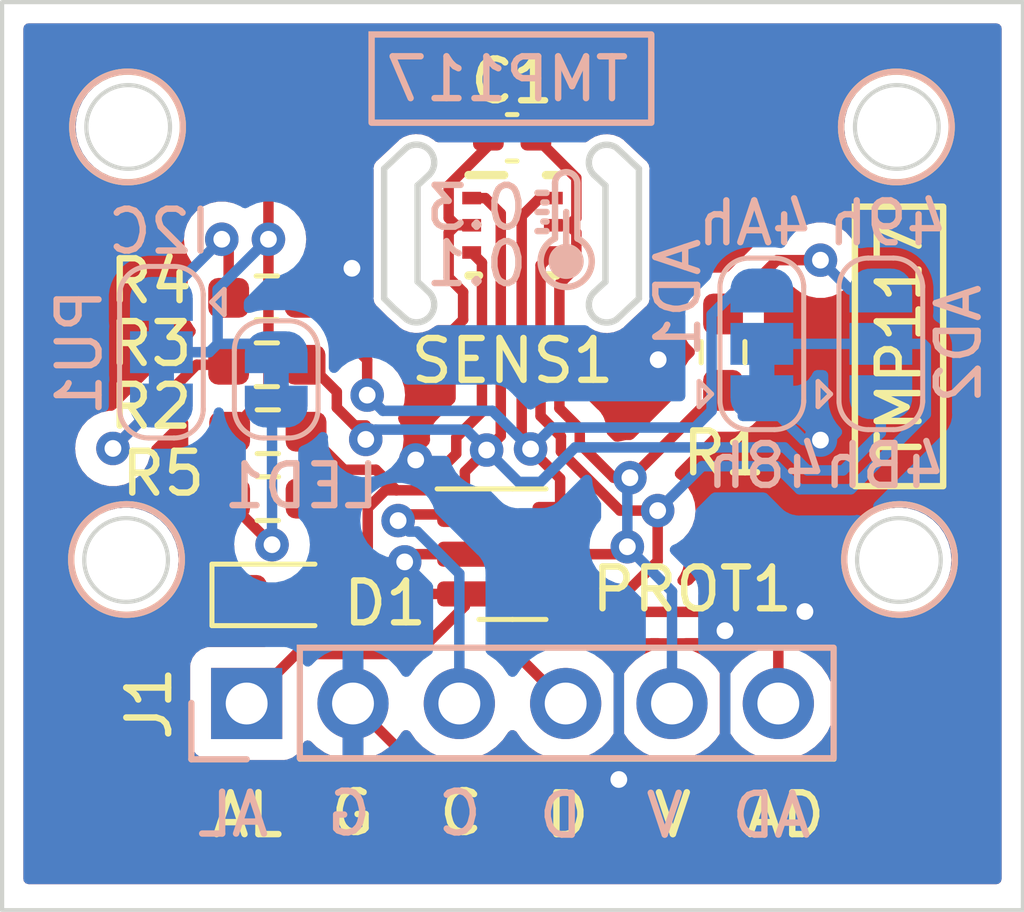
<source format=kicad_pcb>
(kicad_pcb (version 20221018) (generator pcbnew)
  (layers (0 "F.Cu" signal) (31 "B.Cu" signal) (34 "B.Paste" user) (35 "F.Paste" user) (36 "B.SilkS" user "B.Silkscreen") (37 "F.SilkS" user "F.Silkscreen") (38 "B.Mask" user) (39 "F.Mask" user) (44 "Edge.Cuts" user))
  (net 0 "")
  (net 1 "GND")
  (net 2 "/SDA")
  (net 3 "/ALERT")
  (net 4 "/SCL")
  (net 5 "/ADDR")
  (net 6 "Net-(AD2-B)")
  (net 7 "Net-(PU1-B)")
  (net 8 "Net-(PU1-A)")
  (net 9 "VDD")
  (net 10 "Net-(D1-A)")
  (net 11 "Net-(LED1-A)")
  (footprint "ESP32:C_0402_1005Metric_Pad0.74x0.62mm_HandSolder" (layer "F.Cu") (at 136.1353 91.7702 180)
    (fp_text reference "C1" (at 0 1.3462 180) (layer "F.SilkS") (effects (font (thickness 0.153))))
    (fp_text value "100n" hide)
    (fp_line (start -0.115835 -0.56) (end 0.115835 -0.56) (stroke (width 0.12)) (layer "F.SilkS"))
    (fp_line (start -0.115835 0.55) (end 0.115835 0.55) (stroke (width 0.12)) (layer "F.SilkS"))
    (pad "1" smd roundrect (at -0.5675 0 180) (size 0.735 0.62) (layers "F.Cu" "F.Paste" "F.Mask") (net 9 "VDD"))
    (pad "2" smd roundrect (at 0.5675 0 180) (size 0.735 0.62) (layers "F.Cu" "F.Paste" "F.Mask") (net 1 "GND"))
  )
  (footprint "Resistor_SMD:R_0603_1608Metric_Pad0.98x0.95mm_HandSolder" (layer "F.Cu") (at 130.2765 97.2)
    (fp_text reference "R3" (at -2.7765 -0.5) (layer "F.SilkS") (effects (font (thickness 0.153))))
    (fp_text value "4k7" hide)
    (fp_line (start -0.254724 -0.5225) (end 0.254724 -0.5225) (stroke (width 0.12)) (layer "F.SilkS"))
    (fp_line (start -0.254724 0.5225) (end 0.254724 0.5225) (stroke (width 0.12)) (layer "F.SilkS"))
    (pad "1" smd roundrect (at -0.9125 0) (size 0.975 0.95) (layers "F.Cu" "F.Paste" "F.Mask") (net 7 "Net-(PU1-B)"))
    (pad "2" smd roundrect (at 0.9125 0) (size 0.975 0.95) (layers "F.Cu" "F.Paste" "F.Mask") (net 4 "/SCL"))
  )
  (footprint "Resistor_SMD:R_0603_1608Metric_Pad0.98x0.95mm_HandSolder" (layer "F.Cu") (at 130.3 98.8)
    (fp_text reference "R2" (at -2.8 -0.6) (layer "F.SilkS") (effects (font (thickness 0.153))))
    (fp_text value "10k" hide)
    (fp_line (start -0.254724 -0.5225) (end 0.254724 -0.5225) (stroke (width 0.12)) (layer "F.SilkS"))
    (fp_line (start -0.254724 0.5225) (end 0.254724 0.5225) (stroke (width 0.12)) (layer "F.SilkS"))
    (pad "1" smd roundrect (at -0.9125 0) (size 0.975 0.95) (layers "F.Cu" "F.Paste" "F.Mask") (net 9 "VDD"))
    (pad "2" smd roundrect (at 0.9125 0) (size 0.975 0.95) (layers "F.Cu" "F.Paste" "F.Mask") (net 3 "/ALERT"))
  )
  (footprint "LED_SMD:LED_0603_1608Metric_Pad1.05x0.95mm_HandSolder" (layer "F.Cu") (at 130.625 102.7)
    (fp_text reference "D1" (at 2.475 0.2) (layer "F.SilkS") (effects (font (thickness 0.153))))
    (fp_text value "LED" hide)
    (fp_line (start -1.66 -0.735) (end -1.66 0.735) (stroke (width 0.12)) (layer "F.SilkS"))
    (fp_line (start -1.66 0.735) (end 0.8 0.735) (stroke (width 0.12)) (layer "F.SilkS"))
    (fp_line (start 0.8 -0.735) (end -1.66 -0.735) (stroke (width 0.12)) (layer "F.SilkS"))
    (pad "1" smd roundrect (at -0.875 0) (size 1.05 0.95) (layers "F.Cu" "F.Paste" "F.Mask") (net 1 "GND"))
    (pad "2" smd roundrect (at 0.875 0) (size 1.05 0.95) (layers "F.Cu" "F.Paste" "F.Mask") (net 10 "Net-(D1-A)"))
  )
  (footprint "Connector_PinHeader_2.54mm:PinHeader_1x06_P2.54mm_Vertical" (layer "F.Cu") (at 129.794 105.296 90)
    (fp_text reference "J1" (at 0 -2.33 90) (layer "F.SilkS") (effects (font (thickness 0.153))))
    (fp_text value "Conn_01x06" hide)
    (fp_line (start -1.33 -1.33) (end 0 -1.33) (stroke (width 0.12)) (layer "F.SilkS"))
    (fp_line (start -1.33 0) (end -1.33 -1.33) (stroke (width 0.12)) (layer "F.SilkS"))
    (fp_line (start -1.33 1.27) (end -1.33 14.03) (stroke (width 0.12)) (layer "F.SilkS"))
    (fp_line (start -1.33 1.27) (end 1.33 1.27) (stroke (width 0.12)) (layer "F.SilkS"))
    (fp_line (start -1.33 14.03) (end 1.33 14.03) (stroke (width 0.12)) (layer "F.SilkS"))
    (fp_line (start 1.33 1.27) (end 1.33 14.03) (stroke (width 0.12)) (layer "F.SilkS"))
    (pad "1" thru_hole rect (at 0 0 90) (size 1.7 1.7) (drill 1) (layers "*.Cu" "*.Mask") (net 3 "/ALERT"))
    (pad "2" thru_hole oval (at 0 2.54 90) (size 1.7 1.7) (drill 1) (layers "*.Cu" "*.Mask") (net 1 "GND"))
    (pad "3" thru_hole oval (at 0 5.08 90) (size 1.7 1.7) (drill 1) (layers "*.Cu" "*.Mask") (net 4 "/SCL"))
    (pad "4" thru_hole oval (at 0 7.62 90) (size 1.7 1.7) (drill 1) (layers "*.Cu" "*.Mask") (net 2 "/SDA"))
    (pad "5" thru_hole oval (at 0 10.16 90) (size 1.7 1.7) (drill 1) (layers "*.Cu" "*.Mask") (net 9 "VDD"))
    (pad "6" thru_hole oval (at 0 12.7 90) (size 1.7 1.7) (drill 1) (layers "*.Cu" "*.Mask") (net 5 "/ADDR"))
  )
  (footprint "Resistor_SMD:R_0603_1608Metric_Pad0.98x0.95mm_HandSolder" (layer "F.Cu") (at 141.1732 96.8991 -90)
    (fp_text reference "R1" (at 2.4149 -0.0254 180) (layer "F.SilkS") (effects (font (thickness 0.153))))
    (fp_text value "10k" hide)
    (fp_line (start -0.254724 -0.5225) (end 0.254724 -0.5225) (stroke (width 0.12)) (layer "F.SilkS"))
    (fp_line (start -0.254724 0.5225) (end 0.254724 0.5225) (stroke (width 0.12)) (layer "F.SilkS"))
    (pad "1" smd roundrect (at -0.9125 0 270) (size 0.975 0.95) (layers "F.Cu" "F.Paste" "F.Mask") (net 6 "Net-(AD2-B)"))
    (pad "2" smd roundrect (at 0.9125 0 270) (size 0.975 0.95) (layers "F.Cu" "F.Paste" "F.Mask") (net 9 "VDD"))
  )
  (footprint "TMP117:DRV0006B2" (layer "F.Cu") (at 136.144 93.866)
    (fp_text reference "SENS1" (at 0 3.2382 unlocked) (layer "F.SilkS") (effects (font (thickness 0.153))))
    (fp_text value "TMP117AIDRVR" hide)
    (fp_line (start -1.05 -1.2) (end -0.2 -1.2) (stroke (width 0.2)) (layer "F.SilkS"))
    (fp_line (start -1.05 1.2) (end -0.800001 1.2) (stroke (width 0.2)) (layer "F.SilkS"))
    (fp_line (start 0.800001 -1.2) (end 1.05 -1.2) (stroke (width 0.2)) (layer "F.SilkS"))
    (fp_line (start 0.800001 1.2) (end 1.05 1.2) (stroke (width 0.2)) (layer "F.SilkS"))
    (pad "1" smd rect (at -0.974999 -0.650001 90) (size 0.299999 0.449999) (layers "F.Cu" "F.Paste" "F.Mask") (net 4 "/SCL"))
    (pad "2" smd rect (at -0.974999 0 90) (size 0.299999 0.449999) (layers "F.Cu" "F.Paste" "F.Mask") (net 1 "GND"))
    (pad "3" smd rect (at -0.974999 0.649999 90) (size 0.299999 0.449999) (layers "F.Cu" "F.Paste" "F.Mask") (net 3 "/ALERT"))
    (pad "4" smd rect (at 0.974999 0.649999 90) (size 0.299999 0.449999) (layers "F.Cu" "F.Paste" "F.Mask") (net 5 "/ADDR"))
    (pad "5" smd rect (at 0.974999 0 90) (size 0.299999 0.449999) (layers "F.Cu" "F.Paste" "F.Mask") (net 9 "VDD"))
    (pad "6" smd rect (at 0.974999 -0.650001 90) (size 0.299999 0.449999) (layers "F.Cu" "F.Paste" "F.Mask") (net 2 "/SDA"))
  )
  (footprint "Resistor_SMD:R_0603_1608Metric_Pad0.98x0.95mm_HandSolder" (layer "F.Cu") (at 130.2765 95.6)
    (fp_text reference "R4" (at -2.7765 -0.4 180) (layer "F.SilkS") (effects (font (thickness 0.153))))
    (fp_text value "4k7" hide)
    (fp_line (start -0.254724 -0.5225) (end 0.254724 -0.5225) (stroke (width 0.12)) (layer "F.SilkS"))
    (fp_line (start -0.254724 0.5225) (end 0.254724 0.5225) (stroke (width 0.12)) (layer "F.SilkS"))
    (pad "1" smd roundrect (at -0.9125 0) (size 0.975 0.95) (layers "F.Cu" "F.Paste" "F.Mask") (net 8 "Net-(PU1-A)"))
    (pad "2" smd roundrect (at 0.9125 0) (size 0.975 0.95) (layers "F.Cu" "F.Paste" "F.Mask") (net 2 "/SDA"))
  )
  (footprint "Resistor_SMD:R_0603_1608Metric_Pad0.98x0.95mm_HandSolder" (layer "F.Cu") (at 130.3 100.4)
    (fp_text reference "R5" (at -2.5 -0.6 180) (layer "F.SilkS") (effects (font (thickness 0.153))))
    (fp_text value "1k" hide)
    (fp_line (start -0.254724 -0.5225) (end 0.254724 -0.5225) (stroke (width 0.12)) (layer "F.SilkS"))
    (fp_line (start -0.254724 0.5225) (end 0.254724 0.5225) (stroke (width 0.12)) (layer "F.SilkS"))
    (pad "1" smd roundrect (at -0.9125 0) (size 0.975 0.95) (layers "F.Cu" "F.Paste" "F.Mask") (net 11 "Net-(LED1-A)"))
    (pad "2" smd roundrect (at 0.9125 0) (size 0.975 0.95) (layers "F.Cu" "F.Paste" "F.Mask") (net 10 "Net-(D1-A)"))
  )
  (footprint "Package_TO_SOT_SMD:SOT-23-6" (layer "F.Cu") (at 136.144 101.727)
    (fp_text reference "PROT1" (at 4.2926 0.8382) (layer "F.SilkS") (effects (font (thickness 0.153))))
    (fp_text value "USBLC6-4SC6" hide)
    (fp_line (start 0 -1.56) (end -1.8 -1.56) (stroke (width 0.12)) (layer "F.SilkS"))
    (fp_line (start 0 -1.56) (end 0.8 -1.56) (stroke (width 0.12)) (layer "F.SilkS"))
    (fp_line (start 0 1.56) (end -0.8 1.56) (stroke (width 0.12)) (layer "F.SilkS"))
    (fp_line (start 0 1.56) (end 0.8 1.56) (stroke (width 0.12)) (layer "F.SilkS"))
    (pad "1" smd roundrect (at -1.1375 -0.95) (size 1.325 0.6) (layers "F.Cu" "F.Paste" "F.Mask") (net 4 "/SCL"))
    (pad "2" smd roundrect (at -1.1375 0) (size 1.325 0.6) (layers "F.Cu" "F.Paste" "F.Mask") (net 1 "GND"))
    (pad "3" smd roundrect (at -1.1375 0.95) (size 1.325 0.6) (layers "F.Cu" "F.Paste" "F.Mask") (net 3 "/ALERT"))
    (pad "4" smd roundrect (at 1.1375 0.95) (size 1.325 0.6) (layers "F.Cu" "F.Paste" "F.Mask") (net 5 "/ADDR"))
    (pad "5" smd roundrect (at 1.1375 0) (size 1.325 0.6) (layers "F.Cu" "F.Paste" "F.Mask") (net 9 "VDD"))
    (pad "6" smd roundrect (at 1.1375 -0.95) (size 1.325 0.6) (layers "F.Cu" "F.Paste" "F.Mask") (net 2 "/SDA"))
  )
  (footprint "Jumper:SolderJumper-2_P1.3mm_Bridged_RoundedPad1.0x1.5mm" (layer "B.Cu") (at 130.5 97.55 90)
    (fp_text reference "LED1" (at -2.55 0.6 180) (layer "B.SilkS") (effects (font (thickness 0.153)) (justify mirror)))
    (fp_text value "SolderJumper_2_Bridged" hide)
    (fp_poly (pts (xy 0.25 0.3) (xy -0.25 0.3) (xy -0.25 -0.3) (xy 0.25 -0.3)) (fill solid) (layer "B.Cu"))
    (fp_line (start -1.4 -0.3) (end -1.4 0.3) (stroke (width 0.12)) (layer "B.SilkS"))
    (fp_line (start -0.7 1) (end 0.7 1) (stroke (width 0.12)) (layer "B.SilkS"))
    (fp_line (start 0.7 -1) (end -0.7 -1) (stroke (width 0.12)) (layer "B.SilkS"))
    (fp_line (start 1.4 0.3) (end 1.4 -0.3) (stroke (width 0.12)) (layer "B.SilkS"))
    (fp_arc (start -1.4 -0.3) (mid -1.194975 -0.794975) (end -0.7 -1) (stroke (width 0.12)) (layer "B.SilkS"))
    (fp_arc (start -0.7 1) (mid -1.194975 0.794975) (end -1.4 0.3) (stroke (width 0.12)) (layer "B.SilkS"))
    (fp_arc (start 0.7 -1) (mid 1.194975 -0.794975) (end 1.4 -0.3) (stroke (width 0.12)) (layer "B.SilkS"))
    (fp_arc (start 1.4 0.3) (mid 1.194975 0.794975) (end 0.7 1) (stroke (width 0.12)) (layer "B.SilkS"))
    (pad "1" smd custom (at -0.65 0 90) (size 1 0.5) (layers "B.Cu" "B.Mask") (net 11 "Net-(LED1-A)") (options (clearance outline) (anchor rect)) (primitives (gr_circle (center 0 -0.25) (end 0.5 -0.25) (width 0) (fill yes)) (gr_circle (center 0 0.25) (end 0.5 0.25) (width 0) (fill yes)) (gr_poly (pts (xy 0.5 -0.75) (xy 0 -0.75) (xy 0 0.75) (xy 0.5 0.75)) (width 0) (fill yes))))
    (pad "2" smd custom (at 0.65 0 90) (size 1 0.5) (layers "B.Cu" "B.Mask") (net 9 "VDD") (options (clearance outline) (anchor rect)) (primitives (gr_circle (center 0 -0.25) (end 0.5 -0.25) (width 0) (fill yes)) (gr_circle (center 0 0.25) (end 0.5 0.25) (width 0) (fill yes)) (gr_poly (pts (xy 0 -0.75) (xy -0.5 -0.75) (xy -0.5 0.75) (xy 0 0.75)) (width 0) (fill yes))))
  )
  (footprint "Jumper:SolderJumper-3_P1.3mm_Bridged12_RoundedPad1.0x1.5mm" (layer "B.Cu") (at 142.1 96.7 90)
    (fp_text reference "AD1" (at 1.1 -2 270) (layer "B.SilkS") (effects (font (thickness 0.153)) (justify mirror)))
    (fp_text value "SolderJumper_3_Bridged12" hide)
    (fp_poly (pts (xy -0.9 0.3) (xy -0.4 0.3) (xy -0.4 -0.3) (xy -0.9 -0.3)) (fill solid) (layer "B.Cu"))
    (fp_line (start -2.05 -0.3) (end -2.05 0.3) (stroke (width 0.12)) (layer "B.SilkS"))
    (fp_line (start -1.5 -1.5) (end -0.9 -1.5) (stroke (width 0.12)) (layer "B.SilkS"))
    (fp_line (start -1.4 1) (end 1.4 1) (stroke (width 0.12)) (layer "B.SilkS"))
    (fp_line (start -1.2 -1.2) (end -1.5 -1.5) (stroke (width 0.12)) (layer "B.SilkS"))
    (fp_line (start -1.2 -1.2) (end -0.9 -1.5) (stroke (width 0.12)) (layer "B.SilkS"))
    (fp_line (start 1.4 -1) (end -1.4 -1) (stroke (width 0.12)) (layer "B.SilkS"))
    (fp_line (start 2.05 0.3) (end 2.05 -0.3) (stroke (width 0.12)) (layer "B.SilkS"))
    (fp_arc (start -2.05 -0.3) (mid -1.844975 -0.794975) (end -1.35 -1) (stroke (width 0.12)) (layer "B.SilkS"))
    (fp_arc (start -1.35 1) (mid -1.844975 0.794975) (end -2.05 0.3) (stroke (width 0.12)) (layer "B.SilkS"))
    (fp_arc (start 1.35 -1) (mid 1.844975 -0.794975) (end 2.05 -0.3) (stroke (width 0.12)) (layer "B.SilkS"))
    (fp_arc (start 2.05 0.3) (mid 1.844975 0.794975) (end 1.35 1) (stroke (width 0.12)) (layer "B.SilkS"))
    (pad "1" smd custom (at -1.3 0 90) (size 1 0.5) (layers "B.Cu" "B.Mask") (net 1 "GND") (options (clearance outline) (anchor rect)) (primitives (gr_circle (center 0 -0.25) (end 0.5 -0.25) (width 0) (fill yes)) (gr_circle (center 0 0.25) (end 0.5 0.25) (width 0) (fill yes)) (gr_poly (pts (xy 0.55 -0.75) (xy 0 -0.75) (xy 0 0.75) (xy 0.55 0.75)) (width 0) (fill yes))))
    (pad "2" smd rect (at 0 0 90) (size 1 1.5) (layers "B.Cu" "B.Mask") (net 5 "/ADDR"))
    (pad "3" smd custom (at 1.3 0 90) (size 1 0.5) (layers "B.Cu" "B.Mask") (net 2 "/SDA") (options (clearance outline) (anchor rect)) (primitives (gr_circle (center 0 -0.25) (end 0.5 -0.25) (width 0) (fill yes)) (gr_circle (center 0 0.25) (end 0.5 0.25) (width 0) (fill yes)) (gr_poly (pts (xy 0 -0.75) (xy -0.55 -0.75) (xy -0.55 0.75) (xy 0 0.75)) (width 0) (fill yes))))
  )
  (footprint "Jumper:SolderJumper-3_P1.3mm_Open_RoundedPad1.0x1.5mm" (layer "B.Cu") (at 144.9425 96.7 90)
    (fp_text reference "AD2" (at 0 1.8575 90) (layer "B.SilkS") (effects (font (thickness 0.153)) (justify mirror)))
    (fp_text value "SolderJumper_3_Open" hide)
    (fp_line (start -2.05 -0.3) (end -2.05 0.3) (stroke (width 0.12)) (layer "B.SilkS"))
    (fp_line (start -1.5 -1.5) (end -0.9 -1.5) (stroke (width 0.12)) (layer "B.SilkS"))
    (fp_line (start -1.4 1) (end 1.4 1) (stroke (width 0.12)) (layer "B.SilkS"))
    (fp_line (start -1.2 -1.2) (end -1.5 -1.5) (stroke (width 0.12)) (layer "B.SilkS"))
    (fp_line (start -1.2 -1.2) (end -0.9 -1.5) (stroke (width 0.12)) (layer "B.SilkS"))
    (fp_line (start 1.4 -1) (end -1.4 -1) (stroke (width 0.12)) (layer "B.SilkS"))
    (fp_line (start 2.05 0.3) (end 2.05 -0.3) (stroke (width 0.12)) (layer "B.SilkS"))
    (fp_arc (start -2.05 -0.3) (mid -1.844975 -0.794975) (end -1.35 -1) (stroke (width 0.12)) (layer "B.SilkS"))
    (fp_arc (start -1.35 1) (mid -1.844975 0.794975) (end -2.05 0.3) (stroke (width 0.12)) (layer "B.SilkS"))
    (fp_arc (start 1.35 -1) (mid 1.844975 -0.794975) (end 2.05 -0.3) (stroke (width 0.12)) (layer "B.SilkS"))
    (fp_arc (start 2.05 0.3) (mid 1.844975 0.794975) (end 1.35 1) (stroke (width 0.12)) (layer "B.SilkS"))
    (pad "1" smd custom (at -1.3 0 90) (size 1 0.5) (layers "B.Cu" "B.Mask") (net 4 "/SCL") (options (clearance outline) (anchor rect)) (primitives (gr_circle (center 0 -0.25) (end 0.5 -0.25) (width 0) (fill yes)) (gr_circle (center 0 0.25) (end 0.5 0.25) (width 0) (fill yes)) (gr_poly (pts (xy 0.55 -0.75) (xy 0 -0.75) (xy 0 0.75) (xy 0.55 0.75)) (width 0) (fill yes))))
    (pad "2" smd rect (at 0 0 90) (size 1 1.5) (layers "B.Cu" "B.Mask") (net 5 "/ADDR"))
    (pad "3" smd custom (at 1.3 0 90) (size 1 0.5) (layers "B.Cu" "B.Mask") (net 6 "Net-(AD2-B)") (options (clearance outline) (anchor rect)) (primitives (gr_circle (center 0 -0.25) (end 0.5 -0.25) (width 0) (fill yes)) (gr_circle (center 0 0.25) (end 0.5 0.25) (width 0) (fill yes)) (gr_poly (pts (xy 0 -0.75) (xy -0.55 -0.75) (xy -0.55 0.75) (xy 0 0.75)) (width 0) (fill yes))))
  )
  (footprint "ESP32:SolderJumper-3_P1.3mm_Bridged123_RoundedPad1.0x1.5mm" (layer "B.Cu") (at 127.7575 96.9 -90)
    (fp_text reference "PU1" (at 0 1.9575 90) (layer "B.SilkS") (effects (font (thickness 0.153)) (justify mirror)))
    (fp_text value "SolderJumper_3_Bridged123" hide)
    (fp_poly (pts (xy -0.9 0.3) (xy -0.4 0.3) (xy -0.4 -0.3) (xy -0.9 -0.3)) (fill solid) (layer "B.Cu"))
    (fp_poly (pts (xy 0.37 0.3) (xy 0.87 0.3) (xy 0.87 -0.3) (xy 0.37 -0.3)) (fill solid) (layer "B.Cu"))
    (fp_line (start -2.05 -0.3) (end -2.05 0.3) (stroke (width 0.12)) (layer "B.SilkS"))
    (fp_line (start -1.5 -1.5) (end -0.9 -1.5) (stroke (width 0.12)) (layer "B.SilkS"))
    (fp_line (start -1.4 1) (end 1.4 1) (stroke (width 0.12)) (layer "B.SilkS"))
    (fp_line (start -1.2 -1.2) (end -1.5 -1.5) (stroke (width 0.12)) (layer "B.SilkS"))
    (fp_line (start -1.2 -1.2) (end -0.9 -1.5) (stroke (width 0.12)) (layer "B.SilkS"))
    (fp_line (start 1.4 -1) (end -1.4 -1) (stroke (width 0.12)) (layer "B.SilkS"))
    (fp_line (start 2.05 0.3) (end 2.05 -0.3) (stroke (width 0.12)) (layer "B.SilkS"))
    (fp_arc (start -2.05 -0.3) (mid -1.844975 -0.794975) (end -1.35 -1) (stroke (width 0.12)) (layer "B.SilkS"))
    (fp_arc (start -1.35 1) (mid -1.844975 0.794975) (end -2.05 0.3) (stroke (width 0.12)) (layer "B.SilkS"))
    (fp_arc (start 1.35 -1) (mid 1.844975 -0.794975) (end 2.05 -0.3) (stroke (width 0.12)) (layer "B.SilkS"))
    (fp_arc (start 2.05 0.3) (mid 1.844975 0.794975) (end 1.35 1) (stroke (width 0.12)) (layer "B.SilkS"))
    (pad "1" smd custom (at -1.3 0 270) (size 1 0.5) (layers "B.Cu" "B.Mask") (net 8 "Net-(PU1-A)") (options (clearance outline) (anchor rect)) (primitives (gr_circle (center 0 -0.25) (end 0.5 -0.25) (width 0) (fill yes)) (gr_circle (center 0 0.25) (end 0.5 0.25) (width 0) (fill yes)) (gr_poly (pts (xy 0.55 -0.75) (xy 0 -0.75) (xy 0 0.75) (xy 0.55 0.75)) (width 0) (fill yes))))
    (pad "2" smd rect (at 0 0 270) (size 1 1.5) (layers "B.Cu" "B.Mask") (net 9 "VDD"))
    (pad "3" smd custom (at 1.3 0 270) (size 1 0.5) (layers "B.Cu" "B.Mask") (net 7 "Net-(PU1-B)") (options (clearance outline) (anchor rect)) (primitives (gr_circle (center 0 -0.25) (end 0.5 -0.25) (width 0) (fill yes)) (gr_circle (center 0 0.25) (end 0.5 0.25) (width 0) (fill yes)) (gr_poly (pts (xy 0 -0.75) (xy -0.55 -0.75) (xy -0.55 0.75) (xy 0 0.75)) (width 0) (fill yes))))
  )
  (gr_circle (center 126.9492 91.5162) (end 128.27 91.5162) (stroke (width 0.15)) (fill none) (layer "B.SilkS"))
  (gr_circle (center 137.4267 94.729508) (end 137.7696 94.7166) (stroke (width 0.153)) (fill solid) (layer "B.SilkS"))
  (gr_line (start 136.7409 93.5482) (end 136.9568 93.5482) (stroke (width 0.153)) (layer "B.SilkS"))
  (gr_circle (center 145.3134 91.5162) (end 146.6342 91.5162) (stroke (width 0.15)) (fill none) (layer "B.SilkS"))
  (gr_line (start 137.16 92.8624) (end 137.16 94.1832) (stroke (width 0.153)) (layer "B.SilkS"))
  (gr_line (start 136.8806 93.3196) (end 136.9568 93.3196) (stroke (width 0.153)) (layer "B.SilkS"))
  (gr_line (start 136.7409 94.0054) (end 136.9568 94.0054) (stroke (width 0.153)) (layer "B.SilkS"))
  (gr_circle (center 126.9238 101.854) (end 128.2446 101.854) (stroke (width 0.15)) (fill none) (layer "B.SilkS"))
  (gr_line (start 137.6934 92.8624) (end 137.6934 94.1832) (stroke (width 0.153)) (layer "B.SilkS"))
  (gr_line (start 128.4732 106.6292) (end 129.794 106.6292) (stroke (width 0.15)) (layer "B.SilkS"))
  (gr_line (start 136.7409 93.091) (end 136.9568 93.091) (stroke (width 0.153)) (layer "B.SilkS"))
  (gr_circle (center 145.3896 101.854) (end 146.7104 101.854) (stroke (width 0.15)) (fill none) (layer "B.SilkS"))
  (gr_line (start 137.4267 94.729508) (end 137.4267 93.5482) (stroke (width 0.153)) (layer "B.SilkS"))
  (gr_rect (start 131.064 103.9622) (end 143.8148 106.6038) (stroke (width 0.15)) (fill none) (layer "B.SilkS"))
  (gr_line (start 136.8806 93.7768) (end 136.9568 93.7768) (stroke (width 0.153)) (layer "B.SilkS"))
  (gr_arc (start 137.699853 94.1832) (mid 137.4267 95.340298) (end 137.153547 94.1832) (stroke (width 0.153)) (layer "B.SilkS"))
  (gr_rect (start 132.7785 89.3064) (end 139.4587 91.4146) (stroke (width 0.153)) (fill none) (layer "B.SilkS"))
  (gr_line (start 128.4732 105.283) (end 128.4732 106.6292) (stroke (width 0.15)) (layer "B.SilkS"))
  (gr_arc (start 137.16 92.8624) (mid 137.4267 92.5957) (end 137.6934 92.8624) (stroke (width 0.153)) (layer "B.SilkS"))
  (gr_rect (start 144.3228 93.4212) (end 146.431 100.1014) (stroke (width 0.153)) (fill none) (layer "F.SilkS"))
  (gr_circle (center 145.3134 91.5162) (end 146.6342 91.5162) (stroke (width 0.15)) (fill none) (layer "F.SilkS"))
  (gr_circle (center 126.9238 101.854) (end 128.2446 101.854) (stroke (width 0.15)) (fill none) (layer "F.SilkS"))
  (gr_circle (center 126.9492 91.5162) (end 128.27 91.5162) (stroke (width 0.15)) (fill none) (layer "F.SilkS"))
  (gr_circle (center 145.3896 101.854) (end 146.7104 101.854) (stroke (width 0.15)) (fill none) (layer "F.SilkS"))
  (gr_line (start 134.149339 95.462991) (end 133.87744 95.212991) (stroke (width 0.153)) (layer "Edge.Cuts"))
  (gr_arc (start 138.62744 96.119009) (mid 138.064 96.034979) (end 138.092101 95.466) (stroke (width 0.153)) (layer "Edge.Cuts"))
  (gr_line (start 138.092101 92.666) (end 138.364 92.916) (stroke (width 0.153)) (layer "Edge.Cuts"))
  (gr_line (start 133.614 92.009982) (end 133.07744 92.512991) (stroke (width 0.153)) (layer "Edge.Cuts"))
  (gr_line (start 138.364 92.916) (end 138.364 95.216) (stroke (width 0.153)) (layer "Edge.Cuts"))
  (gr_line (start 138.092101 95.466) (end 138.364 95.216) (stroke (width 0.153)) (layer "Edge.Cuts"))
  (gr_arc (start 133.614 92.009982) (mid 134.177416 92.094032) (end 134.149339 92.662991) (stroke (width 0.153)) (layer "Edge.Cuts"))
  (gr_arc (start 138.092101 92.666) (mid 138.063999 92.097022) (end 138.62744 92.012991) (stroke (width 0.153)) (layer "Edge.Cuts"))
  (gr_circle (center 145.374 101.866) (end 144.374 101.866) (stroke (width 0.1)) (fill none) (layer "Edge.Cuts"))
  (gr_line (start 133.614 96.116) (end 133.32744 95.862991) (stroke (width 0.153)) (layer "Edge.Cuts"))
  (gr_circle (center 145.324 91.516) (end 144.324 91.516) (stroke (width 0.1)) (fill none) (layer "Edge.Cuts"))
  (gr_line (start 139.164 95.616) (end 139.164 92.516) (stroke (width 0.153)) (layer "Edge.Cuts"))
  (gr_line (start 133.87744 92.912991) (end 133.87744 95.212991) (stroke (width 0.153)) (layer "Edge.Cuts"))
  (gr_line (start 133.07744 95.612991) (end 133.07744 92.512991) (stroke (width 0.153)) (layer "Edge.Cuts"))
  (gr_line (start 133.32744 95.862991) (end 133.07744 95.612991) (stroke (width 0.153)) (layer "Edge.Cuts"))
  (gr_line (start 138.62744 96.119009) (end 139.164 95.616) (stroke (width 0.153)) (layer "Edge.Cuts"))
  (gr_line (start 138.62744 92.012991) (end 139.164 92.516) (stroke (width 0.153)) (layer "Edge.Cuts"))
  (gr_rect (start 123.952 88.532) (end 148.336 110.236) (stroke (width 0.1)) (fill none) (layer "Edge.Cuts"))
  (gr_circle (center 126.964 91.516) (end 127.964 91.516) (stroke (width 0.1)) (fill none) (layer "Edge.Cuts"))
  (gr_line (start 134.149339 92.662991) (end 133.87744 92.912991) (stroke (width 0.153)) (layer "Edge.Cuts"))
  (gr_circle (center 126.914 101.866) (end 127.914 101.866) (stroke (width 0.1)) (fill none) (layer "Edge.Cuts"))
  (gr_arc (start 134.149339 95.462991) (mid 134.177423 96.031955) (end 133.614 96.116) (stroke (width 0.153)) (layer "Edge.Cuts"))
  (gr_text "48h" (at 140.7 100.2) (layer "B.SilkS") (effects (font (size 1 1) (thickness 0.153)) (justify right bottom mirror)))
  (gr_text "0.3" (at 136.5758 94.0308) (layer "B.SilkS") (effects (font (size 1 1) (thickness 0.153) bold) (justify left bottom mirror)))
  (gr_text "I2C" (at 126.4 94.6) (layer "B.SilkS") (effects (font (size 1 1) (thickness 0.153)) (justify right bottom mirror)))
  (gr_text "V" (at 140.3096 108.5596) (layer "B.SilkS") (effects (font (size 1 1) (thickness 0.153)) (justify left bottom mirror)))
  (gr_text "C" (at 135.4836 108.5088) (layer "B.SilkS") (effects (font (size 1 1) (thickness 0.153)) (justify left bottom mirror)))
  (gr_text "4Ah" (at 143.4 94.4) (layer "B.SilkS") (effects (font (size 1 1) (thickness 0.153)) (justify left bottom mirror)))
  (gr_text "AD" (at 143.3576 108.5596) (layer "B.SilkS") (effects (font (size 1 1) (thickness 0.153)) (justify left bottom mirror)))
  (gr_text "4Bh" (at 143.5 100.2) (layer "B.SilkS") (effects (font (size 1 1) (thickness 0.153)) (justify right bottom mirror)))
  (gr_text "TMP117" (at 139.0015 90.9574) (layer "B.SilkS") (effects (font (size 1 1) (thickness 0.153)) (justify left bottom mirror)))
  (gr_text "D" (at 137.8966 108.5596) (layer "B.SilkS") (effects (font (size 1 1) (thickness 0.153)) (justify left bottom mirror)))
  (gr_text "49h" (at 143.6 94.4) (layer "B.SilkS") (effects (font (size 1 1) (thickness 0.153)) (justify right bottom mirror)))
  (gr_text "G" (at 132.842 108.5088) (layer "B.SilkS") (effects (font (size 1 1) (thickness 0.153)) (justify left bottom mirror)))
  (gr_text "AL" (at 130.4036 108.5342) (layer "B.SilkS") (effects (font (size 1 1) (thickness 0.153)) (justify left bottom mirror)))
  (gr_text "0.1" (at 136.5758 95.377) (layer "B.SilkS") (effects (font (size 1 1) (thickness 0.153)) (justify left bottom mirror)))
  (gr_text "C" (at 134.3152 108.4964) (layer "F.SilkS") (effects (font (size 1 1) (thickness 0.153)) (justify left bottom)))
  (gr_text "V" (at 139.446 108.5472) (layer "F.SilkS") (effects (font (size 1 1) (thickness 0.153)) (justify left bottom)))
  (gr_text "TMP117" (at 145.9738 99.6442 90) (layer "F.SilkS") (effects (font (size 1 1) (thickness 0.153)) (justify left bottom)))
  (gr_text "D" (at 136.8552 108.5472) (layer "F.SilkS") (effects (font (size 1 1) (thickness 0.153)) (justify left bottom)))
  (gr_text "G" (at 131.7244 108.4964) (layer "F.SilkS") (effects (font (size 1 1) (thickness 0.153)) (justify left bottom)))
  (gr_text "AL" (at 128.8796 108.5472) (layer "F.SilkS") (effects (font (size 1 1) (thickness 0.153)) (justify left bottom)))
  (gr_text "AD" (at 141.6304 108.5472) (layer "F.SilkS") (effects (font (size 1 1) (thickness 0.153)) (justify left bottom)))
  (segment (start 138.2014 107.442) (end 134.48 107.442) (width 0.25) (layer "F.Cu") (net 1))
  (segment (start 134.964 96.1252) (end 134.964 95.460999) (width 0.25) (layer "F.Cu") (net 1))
  (segment (start 133.832 99.475048) (end 133.832 97.2572) (width 0.25) (layer "F.Cu") (net 1))
  (segment (start 133.7533 101.727) (end 135.0065 101.727) (width 0.25) (layer "F.Cu") (net 1))
  (segment (start 140.914901 103.8606) (end 139.0142 103.8606) (width 0.25) (layer "F.Cu") (net 1))
  (segment (start 134.48 107.442) (end 132.334 105.296) (width 0.25) (layer "F.Cu") (net 1))
  (segment (start 138.684 106.9594) (end 138.2014 107.442) (width 0.25) (layer "F.Cu") (net 1))
  (segment (start 133.832 97.2572) (end 134.964 96.1252) (width 0.25) (layer "F.Cu") (net 1))
  (segment (start 134.619002 93.690998) (end 134.619002 92.914198) (width 0.25) (layer "F.Cu") (net 1))
  (segment (start 134.964 95.460999) (end 134.619002 95.116001) (width 0.25) (layer "F.Cu") (net 1))
  (segment (start 138.684 104.1908) (end 138.684 106.9594) (width 0.25) (layer "F.Cu") (net 1))
  (segment (start 135.169001 93.866) (end 134.794004 93.866) (width 0.25) (layer "F.Cu") (net 1))
  (segment (start 133.56865 101.91165) (end 133.7533 101.727) (width 0.25) (layer "F.Cu") (net 1))
  (segment (start 135.5678 91.9654) (end 135.5678 91.7702) (width 0.25) (layer "F.Cu") (net 1))
  (segment (start 141.219701 106.354099) (end 140.462 107.1118) (width 0.25) (layer "F.Cu") (net 1))
  (segment (start 134.619002 94.041002) (end 134.794004 93.866) (width 0.25) (layer "F.Cu") (net 1))
  (segment (start 134.619002 92.914198) (end 135.5678 91.9654) (width 0.25) (layer "F.Cu") (net 1))
  (segment (start 141.219701 103.5558) (end 140.914901 103.8606) (width 0.25) (layer "F.Cu") (net 1))
  (segment (start 134.619002 95.116001) (end 134.619002 94.041002) (width 0.25) (layer "F.Cu") (net 1))
  (segment (start 134.794004 93.866) (end 134.619002 93.690998) (width 0.25) (layer "F.Cu") (net 1))
  (segment (start 139.0142 103.8606) (end 138.684 104.1908) (width 0.25) (layer "F.Cu") (net 1))
  (segment (start 140.462 107.1118) (end 138.684 107.1118) (width 0.25) (layer "F.Cu") (net 1))
  (segment (start 141.219701 103.5558) (end 141.219701 106.354099) (width 0.25) (layer "F.Cu") (net 1))
  (via (at 133.832 99.475048) (size 0.8) (drill 0.4) (layers "F.Cu" "B.Cu") (net 1))
  (via (at 139.6238 97.0788) (size 0.8) (drill 0.4) (layers "F.Cu" "B.Cu") (net 1))
  (via (at 141.219701 103.5558) (size 0.8) (drill 0.4) (layers "F.Cu" "B.Cu") (net 1))
  (via (at 143.129 103.0986) (size 0.8) (drill 0.4) (layers "F.Cu" "B.Cu") (net 1))
  (via (at 133.56865 101.91165) (size 0.8) (drill 0.4) (layers "F.Cu" "B.Cu") (net 1))
  (via (at 132.3086 94.8944) (size 0.8) (drill 0.4) (layers "F.Cu" "B.Cu") (net 1))
  (via (at 138.684 107.1118) (size 0.8) (drill 0.4) (layers "F.Cu" "B.Cu") (net 1))
  (via (at 143.5 99) (size 0.8) (drill 0.4) (layers "F.Cu" "B.Cu") (net 1))
  (segment (start 134.019048 99.475048) (end 138.684 104.14) (width 0.25) (layer "B.Cu") (net 1))
  (segment (start 141.219701 103.5558) (end 141.224 103.560099) (width 0.25) (layer "B.Cu") (net 1))
  (segment (start 133.56865 101.91165) (end 132.334 103.1463) (width 0.25) (layer "B.Cu") (net 1))
  (segment (start 132.334 103.1463) (end 132.334 105.296) (width 0.25) (layer "B.Cu") (net 1))
  (segment (start 141.224 103.560099) (end 141.224 106.9848) (width 0.25) (layer "B.Cu") (net 1))
  (segment (start 138.684 104.14) (end 138.684 107.1118) (width 0.25) (layer "B.Cu") (net 1))
  (segment (start 141.224 104.0892) (end 141.224 104.0892) (width 0.25) (layer "B.Cu") (net 1))
  (segment (start 140.5128 107.696) (end 138.684 107.696) (width 0.25) (layer "B.Cu") (net 1))
  (segment (start 143.5 99) (end 143.1 99) (width 0.25) (layer "B.Cu") (net 1))
  (segment (start 138.684 107.696) (end 138.684 107.1118) (width 0.25) (layer "B.Cu") (net 1))
  (segment (start 141.219701 103.5558) (end 141.7574 103.5558) (width 0.25) (layer "B.Cu") (net 1))
  (segment (start 132.334 105.296) (end 132.334 107.442) (width 0.25) (layer "B.Cu") (net 1))
  (segment (start 141.224 106.9848) (end 140.5128 107.696) (width 0.25) (layer "B.Cu") (net 1))
  (segment (start 141.7574 103.5558) (end 142.2146 103.0986) (width 0.25) (layer "B.Cu") (net 1))
  (segment (start 142.2146 103.0986) (end 143.129 103.0986) (width 0.25) (layer "B.Cu") (net 1))
  (segment (start 132.334 107.442) (end 132.588 107.696) (width 0.25) (layer "B.Cu") (net 1))
  (segment (start 132.588 107.696) (end 138.684 107.696) (width 0.25) (layer "B.Cu") (net 1))
  (segment (start 133.832 99.475048) (end 134.019048 99.475048) (width 0.25) (layer "B.Cu") (net 1))
  (segment (start 143.1 99) (end 142.1 98) (width 0.25) (layer "B.Cu") (net 1))
  (segment (start 136.7892 100.777) (end 136.144 101.4222) (width 0.25) (layer "F.Cu") (net 2))
  (segment (start 132.6728 97.0838) (end 131.189 95.6) (width 0.25) (layer "F.Cu") (net 2))
  (segment (start 136.364 93.646) (end 136.794001 93.215999) (width 0.25) (layer "F.Cu") (net 2))
  (segment (start 137.2815 100.777) (end 137.2815 99.9181) (width 0.25) (layer "F.Cu") (net 2))
  (segment (start 137.2815 100.777) (end 136.7892 100.777) (width 0.25) (layer "F.Cu") (net 2))
  (segment (start 137.2815 99.9181) (end 136.5758 99.2124) (width 0.25) (layer "F.Cu") (net 2))
  (segment (start 136.794001 93.215999) (end 137.118999 93.215999) (width 0.25) (layer "F.Cu") (net 2))
  (segment (start 132.6728 97.925202) (end 132.6728 97.0838) (width 0.25) (layer "F.Cu") (net 2))
  (segment (start 136.5758 99.2124) (end 136.364 99.0006) (width 0.25) (layer "F.Cu") (net 2))
  (segment (start 136.144 101.4222) (end 136.144 104.026) (width 0.25) (layer "F.Cu") (net 2))
  (segment (start 136.144 104.026) (end 137.414 105.296) (width 0.25) (layer "F.Cu") (net 2))
  (segment (start 136.364 99.0006) (end 136.364 93.646) (width 0.25) (layer "F.Cu") (net 2))
  (via (at 136.5758 99.2124) (size 0.8) (drill 0.4) (layers "F.Cu" "B.Cu") (net 2))
  (via (at 132.6728 97.925202) (size 0.8) (drill 0.4) (layers "F.Cu" "B.Cu") (net 2))
  (segment (start 133.047646 98.300048) (end 132.6728 97.925202) (width 0.25) (layer "B.Cu") (net 2))
  (segment (start 142.1 95.4) (end 141.5 95.4) (width 0.25) (layer "B.Cu") (net 2))
  (segment (start 141.5 95.4) (end 140.9 96) (width 0.25) (layer "B.Cu") (net 2))
  (segment (start 136.5758 99.2124) (end 135.663448 98.300048) (width 0.25) (layer "B.Cu") (net 2))
  (segment (start 137.0882 98.7) (end 136.5758 99.2124) (width 0.25) (layer "B.Cu") (net 2))
  (segment (start 140.9 96) (end 140.9 98.3) (width 0.25) (layer "B.Cu") (net 2))
  (segment (start 140.5 98.7) (end 137.0882 98.7) (width 0.25) (layer "B.Cu") (net 2))
  (segment (start 140.9 98.3) (end 140.5 98.7) (width 0.25) (layer "B.Cu") (net 2))
  (segment (start 135.663448 98.300048) (end 133.047646 98.300048) (width 0.25) (layer "B.Cu") (net 2))
  (segment (start 134.5565 99.570702) (end 134.800769 99.326433) (width 0.25) (layer "F.Cu") (net 3))
  (segment (start 133.858 104.1146) (end 130.9754 104.1146) (width 0.25) (layer "F.Cu") (net 3))
  (segment (start 133.371948 100.199548) (end 133.111385 100.199548) (width 0.25) (layer "F.Cu") (net 3))
  (segment (start 133.111385 100.199548) (end 132.68669 100.624243) (width 0.25) (layer "F.Cu") (net 3))
  (segment (start 134.800769 98.937524) (end 135.414 98.324293) (width 0.25) (layer "F.Cu") (net 3))
  (segment (start 134.5565 99.9109) (end 134.5565 99.570702) (width 0.25) (layer "F.Cu") (net 3))
  (segment (start 132.68669 102.05429) (end 133.3094 102.677) (width 0.25) (layer "F.Cu") (net 3))
  (segment (start 132.68669 100.624243) (end 132.68669 102.05429) (width 0.25) (layer "F.Cu") (net 3))
  (segment (start 132.8812 99.7088) (end 133.371948 100.199548) (width 0.25) (layer "F.Cu") (net 3))
  (segment (start 134.260948 100.199548) (end 134.2644 100.203) (width 0.25) (layer "F.Cu") (net 3))
  (segment (start 135.414 98.324293) (end 135.414 94.760998) (width 0.25) (layer "F.Cu") (net 3))
  (segment (start 134.2644 100.203) (end 134.5565 99.9109) (width 0.25) (layer "F.Cu") (net 3))
  (segment (start 132.1213 99.7088) (end 132.8812 99.7088) (width 0.25) (layer "F.Cu") (net 3))
  (segment (start 135.0065 102.9661) (end 133.858 104.1146) (width 0.25) (layer "F.Cu") (net 3))
  (segment (start 135.0065 102.677) (end 135.0065 102.9661) (width 0.25) (layer "F.Cu") (net 3))
  (segment (start 133.371948 100.199548) (end 134.260948 100.199548) (width 0.25) (layer "F.Cu") (net 3))
  (segment (start 134.800769 99.326433) (end 134.800769 98.937524) (width 0.25) (layer "F.Cu") (net 3))
  (segment (start 131.2125 98.8) (end 132.1213 99.7088) (width 0.25) (layer "F.Cu") (net 3))
  (segment (start 135.414 94.760998) (end 135.169001 94.515999) (width 0.25) (layer "F.Cu") (net 3))
  (segment (start 130.9754 104.1146) (end 129.794 105.296) (width 0.25) (layer "F.Cu") (net 3))
  (segment (start 133.3094 102.677) (end 135.0065 102.677) (width 0.25) (layer "F.Cu") (net 3))
  (segment (start 135.0065 99.757098) (end 135.525769 99.237829) (width 0.25) (layer "F.Cu") (net 4))
  (segment (start 131.9478 97.8478) (end 131.3 97.2) (width 0.25) (layer "F.Cu") (net 4))
  (segment (start 135.864 98.899598) (end 135.864 93.586) (width 0.25) (layer "F.Cu") (net 4))
  (segment (start 135.493999 93.215999) (end 135.169001 93.215999) (width 0.25) (layer "F.Cu") (net 4))
  (segment (start 135.864 93.586) (end 135.493999 93.215999) (width 0.25) (layer "F.Cu") (net 4))
  (segment (start 133.41169 100.924548) (end 133.559238 100.777) (width 0.25) (layer "F.Cu") (net 4))
  (segment (start 132.372495 98.650202) (end 131.9478 98.225507) (width 0.25) (layer "F.Cu") (net 4))
  (segment (start 133.559238 100.777) (end 135.0065 100.777) (width 0.25) (layer "F.Cu") (net 4))
  (segment (start 132.6388 98.9838) (end 132.6388 98.650202) (width 0.25) (layer "F.Cu") (net 4))
  (segment (start 135.0065 100.777) (end 135.0065 99.757098) (width 0.25) (layer "F.Cu") (net 4))
  (segment (start 132.6388 98.650202) (end 132.372495 98.650202) (width 0.25) (layer "F.Cu") (net 4))
  (segment (start 131.3 97.2) (end 131.189 97.2) (width 0.25) (layer "F.Cu") (net 4))
  (segment (start 131.9478 98.225507) (end 131.9478 97.8478) (width 0.25) (layer "F.Cu") (net 4))
  (segment (start 135.525769 99.237829) (end 135.864 98.899598) (width 0.25) (layer "F.Cu") (net 4))
  (via (at 135.525769 99.237829) (size 0.8) (drill 0.4) (layers "F.Cu" "B.Cu") (net 4))
  (via (at 132.6388 98.9838) (size 0.8) (drill 0.4) (layers "F.Cu" "B.Cu") (net 4))
  (via (at 133.41169 100.924548) (size 0.8) (drill 0.4) (layers "F.Cu" "B.Cu") (net 4))
  (segment (start 136.813705 99.9998) (end 137.63878 99.174725) (width 0.25) (layer "B.Cu") (net 4))
  (segment (start 143.188604 99.725) (end 144.038604 99.725) (width 0.25) (layer "B.Cu") (net 4))
  (segment (start 133.868955 101.18665) (end 134.874 102.191695) (width 0.25) (layer "B.Cu") (net 4))
  (segment (start 136.28774 99.9998) (end 136.813705 99.9998) (width 0.25) (layer "B.Cu") (net 4))
  (segment (start 132.872552 98.750048) (end 132.6388 98.9838) (width 0.25) (layer "B.Cu") (net 4))
  (segment (start 135.525769 99.237829) (end 135.037988 98.750048) (width 0.25) (layer "B.Cu") (net 4))
  (segment (start 135.037988 98.750048) (end 132.872552 98.750048) (width 0.25) (layer "B.Cu") (net 4))
  (segment (start 133.673792 101.18665) (end 133.868955 101.18665) (width 0.25) (layer "B.Cu") (net 4))
  (segment (start 134.874 102.191695) (end 134.874 105.296) (width 0.25) (layer "B.Cu") (net 4))
  (segment (start 144.038604 99.725) (end 144.9425 98.821104) (width 0.25) (layer "B.Cu") (net 4))
  (segment (start 133.41169 100.924548) (end 133.673792 101.18665) (width 0.25) (layer "B.Cu") (net 4))
  (segment (start 142.638329 99.174725) (end 143.188604 99.725) (width 0.25) (layer "B.Cu") (net 4))
  (segment (start 135.525769 99.237829) (end 136.28774 99.9998) (width 0.25) (layer "B.Cu") (net 4))
  (segment (start 144.9425 98.821104) (end 144.9425 98) (width 0.25) (layer "B.Cu") (net 4))
  (segment (start 137.63878 99.174725) (end 142.638329 99.174725) (width 0.25) (layer "B.Cu") (net 4))
  (segment (start 137.3008 99.276549) (end 138.709851 100.6856) (width 0.25) (layer "F.Cu") (net 5))
  (segment (start 140.644396 103.1058) (end 139.132604 103.1058) (width 0.25) (layer "F.Cu") (net 5))
  (segment (start 136.814 94.820998) (end 136.814 98.425295) (width 0.25) (layer "F.Cu") (net 5))
  (segment (start 137.3008 98.912095) (end 137.3008 99.276549) (width 0.25) (layer "F.Cu") (net 5))
  (segment (start 142.494 103.488905) (end 141.835895 102.8308) (width 0.25) (layer "F.Cu") (net 5))
  (segment (start 141.835895 102.8308) (end 140.919396 102.8308) (width 0.25) (layer "F.Cu") (net 5))
  (segment (start 138.936604 103.3018) (end 137.9063 103.3018) (width 0.25) (layer "F.Cu") (net 5))
  (segment (start 138.8262 102.677) (end 137.2815 102.677) (width 0.25) (layer "F.Cu") (net 5))
  (segment (start 139.132604 103.1058) (end 138.936604 103.3018) (width 0.25) (layer "F.Cu") (net 5))
  (segment (start 142.494 105.296) (end 142.494 103.488905) (width 0.25) (layer "F.Cu") (net 5))
  (segment (start 139.6117 101.8915) (end 138.8262 102.677) (width 0.25) (layer "F.Cu") (net 5))
  (segment (start 140.919396 102.8308) (end 140.644396 103.1058) (width 0.25) (layer "F.Cu") (net 5))
  (segment (start 139.6117 100.6856) (end 139.6117 101.8915) (width 0.25) (layer "F.Cu") (net 5))
  (segment (start 136.814 98.425295) (end 137.3008 98.912095) (width 0.25) (layer "F.Cu") (net 5))
  (segment (start 137.118999 94.515999) (end 136.814 94.820998) (width 0.25) (layer "F.Cu") (net 5))
  (segment (start 138.709851 100.6856) (end 139.6117 100.6856) (width 0.25) (layer "F.Cu") (net 5))
  (segment (start 137.9063 103.3018) (end 137.2815 102.677) (width 0.25) (layer "F.Cu") (net 5))
  (via (at 139.6117 100.6856) (size 0.8) (drill 0.4) (layers "F.Cu" "B.Cu") (net 5))
  (segment (start 146.0175 98.3825) (end 146.0175 96.775) (width 0.25) (layer "B.Cu") (net 5))
  (segment (start 143.002208 100.175) (end 144.225 100.175) (width 0.25) (layer "B.Cu") (net 5))
  (segment (start 142.451933 99.624725) (end 143.002208 100.175) (width 0.25) (layer "B.Cu") (net 5))
  (segment (start 142.1 96.7) (end 144.9425 96.7) (width 0.25) (layer "B.Cu") (net 5))
  (segment (start 144.225 100.175) (end 146.0175 98.3825) (width 0.25) (layer "B.Cu") (net 5))
  (segment (start 145.9425 96.7) (end 144.9425 96.7) (width 0.25) (layer "B.Cu") (net 5))
  (segment (start 139.6117 100.6856) (end 140.672575 99.624725) (width 0.25) (layer "B.Cu") (net 5))
  (segment (start 140.672575 99.624725) (end 142.451933 99.624725) (width 0.25) (layer "B.Cu") (net 5))
  (segment (start 146.0175 96.775) (end 145.9425 96.7) (width 0.25) (layer "B.Cu") (net 5))
  (segment (start 142.4598 94.7) (end 141.1732 95.9866) (width 0.25) (layer "F.Cu") (net 6))
  (segment (start 143.5 94.7) (end 142.4598 94.7) (width 0.25) (layer "F.Cu") (net 6))
  (via (at 143.5 94.7) (size 0.8) (drill 0.4) (layers "F.Cu" "B.Cu") (net 6))
  (segment (start 144.9425 95.4) (end 144.2 95.4) (width 0.25) (layer "B.Cu") (net 6))
  (segment (start 144.2 95.4) (end 143.5 94.7) (width 0.25) (layer "B.Cu") (net 6))
  (segment (start 126.6 99.2) (end 128.6 97.2) (width 0.25) (layer "F.Cu") (net 7))
  (segment (start 128.6 97.2) (end 129.364 97.2) (width 0.25) (layer "F.Cu") (net 7))
  (via (at 126.6 99.2) (size 0.8) (drill 0.4) (layers "F.Cu" "B.Cu") (net 7))
  (segment (start 127.6 98.2) (end 127.7575 98.2) (width 0.25) (layer "B.Cu") (net 7))
  (segment (start 126.6 99.2) (end 127.6 98.2) (width 0.25) (layer "B.Cu") (net 7))
  (segment (start 129.364 94.364) (end 129.2 94.2) (width 0.25) (layer "F.Cu") (net 8))
  (segment (start 129.364 95.6) (end 129.364 94.364) (width 0.25) (layer "F.Cu") (net 8))
  (via (at 129.2 94.2) (size 0.8) (drill 0.4) (layers "F.Cu" "B.Cu") (net 8))
  (segment (start 127.8 95.6) (end 129.2 94.2) (width 0.25) (layer "B.Cu") (net 8))
  (segment (start 127.7575 95.6) (end 127.8 95.6) (width 0.25) (layer "B.Cu") (net 8))
  (segment (start 137.668998 94.041002) (end 137.493996 93.866) (width 0.25) (layer "F.Cu") (net 9))
  (segment (start 130.314 94.2) (end 130.314 91.555) (width 0.25) (layer "F.Cu") (net 9))
  (segment (start 141.07472 97.8116) (end 141.1732 97.8116) (width 0.25) (layer "F.Cu") (net 9))
  (segment (start 130.314 97.8735) (end 129.364 98.8235) (width 0.25) (layer "F.Cu") (net 9))
  (segment (start 137.264 95.270999) (end 137.668998 94.866001) (width 0.25) (layer "F.Cu") (net 9))
  (segment (start 137.2815 101.727) (end 138.7094 101.727) (width 0.25) (layer "F.Cu") (net 9))
  (segment (start 137.7508 98.725699) (end 137.264 98.238899) (width 0.25) (layer "F.Cu") (net 9))
  (segment (start 138.948575 99.899725) (end 138.986595 99.899725) (width 0.25) (layer "F.Cu") (net 9))
  (segment (start 136.4996 90.0176) (end 136.7028 90.2208) (width 0.25) (layer "F.Cu") (net 9))
  (segment (start 138.560372 99.899725) (end 137.7508 99.090153) (width 0.25) (layer "F.Cu") (net 9))
  (segment (start 137.493996 93.866) (end 137.118999 93.866) (width 0.25) (layer "F.Cu") (net 9))
  (segment (start 136.7028 90.2208) (end 136.7028 91.7702) (width 0.25) (layer "F.Cu") (net 9))
  (segment (start 131.8514 90.0176) (end 136.4996 90.0176) (width 0.25) (layer "F.Cu") (net 9))
  (segment (start 138.986595 99.899725) (end 141.07472 97.8116) (width 0.25) (layer "F.Cu") (net 9))
  (segment (start 136.7028 91.7702) (end 137.668998 92.736398) (width 0.25) (layer "F.Cu") (net 9))
  (segment (start 130.314 94.2) (end 130.314 97.8735) (width 0.25) (layer "F.Cu") (net 9))
  (segment (start 137.668998 94.866001) (end 137.668998 94.041002) (width 0.25) (layer "F.Cu") (net 9))
  (segment (start 130.314 91.555) (end 131.8514 90.0176) (width 0.25) (layer "F.Cu") (net 9))
  (segment (start 137.7508 99.090153) (end 137.7508 98.725699) (width 0.25) (layer "F.Cu") (net 9))
  (segment (start 137.668998 93.690998) (end 137.493996 93.866) (width 0.25) (layer "F.Cu") (net 9))
  (segment (start 138.948575 99.899725) (end 138.560372 99.899725) (width 0.25) (layer "F.Cu") (net 9))
  (segment (start 137.264 98.238899) (end 137.264 95.270999) (width 0.25) (layer "F.Cu") (net 9))
  (segment (start 137.668998 92.736398) (end 137.668998 93.690998) (width 0.25) (layer "F.Cu") (net 9))
  (segment (start 138.7094 101.727) (end 138.8872 101.5492) (width 0.25) (layer "F.Cu") (net 9))
  (via (at 138.948575 99.899725) (size 0.8) (drill 0.4) (layers "F.Cu" "B.Cu") (net 9))
  (via (at 130.314 94.2) (size 0.8) (drill 0.4) (layers "F.Cu" "B.Cu") (net 9))
  (via (at 138.8872 101.5492) (size 0.8) (drill 0.4) (layers "F.Cu" "B.Cu") (net 9))
  (segment (start 139.954 102.616) (end 139.954 105.296) (width 0.25) (layer "B.Cu") (net 9))
  (segment (start 130.3 96.7) (end 130.5 96.9) (width 0.25) (layer "B.Cu") (net 9))
  (segment (start 130.3 94.2) (end 129.1 95.4) (width 0.25) (layer "B.Cu") (net 9))
  (segment (start 129.1 96.7) (end 130.3 96.7) (width 0.25) (layer "B.Cu") (net 9))
  (segment (start 129.1 95.4) (end 129.1 96.7) (width 0.25) (layer "B.Cu") (net 9))
  (segment (start 138.8872 101.5492) (end 139.954 102.616) (width 0.25) (layer "B.Cu") (net 9))
  (segment (start 138.8872 99.9611) (end 138.8872 101.5492) (width 0.25) (layer "B.Cu") (net 9))
  (segment (start 130.314 94.2) (end 130.3 94.2) (width 0.25) (layer "B.Cu") (net 9))
  (segment (start 128.9 96.9) (end 127.7575 96.9) (width 0.25) (layer "B.Cu") (net 9))
  (segment (start 138.948575 99.899725) (end 138.8872 99.9611) (width 0.25) (layer "B.Cu") (net 9))
  (segment (start 129.1 96.7) (end 128.9 96.9) (width 0.25) (layer "B.Cu") (net 9))
  (segment (start 131.5 100.6875) (end 131.5 102.7) (width 0.25) (layer "F.Cu") (net 10))
  (segment (start 131.2125 100.4) (end 131.5 100.6875) (width 0.25) (layer "F.Cu") (net 10))
  (segment (start 129.3875 100.4875) (end 129.3875 100.4) (width 0.25) (layer "F.Cu") (net 11))
  (segment (start 130.4 101.5) (end 129.3875 100.4875) (width 0.25) (layer "F.Cu") (net 11))
  (via (at 130.4 101.5) (size 0.8) (drill 0.4) (layers "F.Cu" "B.Cu") (net 11))
  (segment (start 130.4 101.5) (end 130.4 98.3) (width 0.25) (layer "B.Cu") (net 11))
  (segment (start 130.4 98.3) (end 130.5 98.2) (width 0.25) (layer "B.Cu") (net 11))
  (zone (net 1) (net_name "GND") (layers "F&B.Cu") (connect_pads (clearance 0.5)) (min_thickness 0.25) (fill yes (thermal_gap 0.5) (thermal_bridge_width 0.5))
    (polygon (pts (xy 124.46 89.04) (xy 147.828 89.04) (xy 147.828 109.614) (xy 124.46 109.614)))
  )
  (zone (net 0) (net_name "") (layers "F&B.Cu" "*.Mask") (connect_pads (clearance 0)) (min_thickness 0.25)
    (keepout (tracks allowed) (vias allowed) (pads allowed) (copperpour not_allowed) (footprints allowed))
    (fill (thermal_gap 0.5) (thermal_bridge_width 0.5))
    (polygon (pts (xy 134.2644 91.8848) (xy 137.922 91.8848) (xy 137.922 96.2536) (xy 134.2644 96.2536)))
  )
)
</source>
